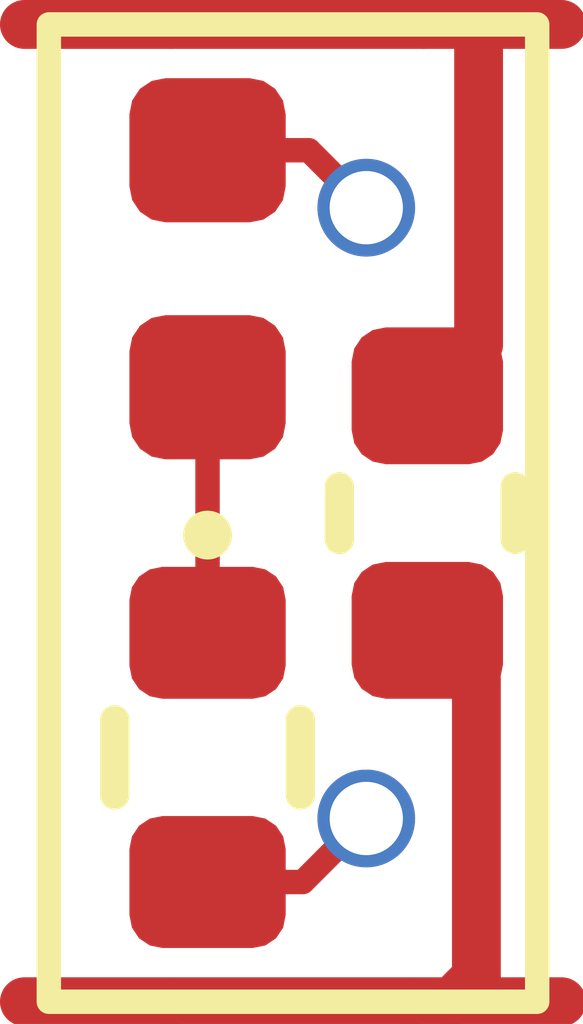
<source format=kicad_pcb>
(kicad_pcb (version 20241229) (generator "pcbnew") (generator_version "9.0")
  (layers (0 "F.Cu" signal) (2 "B.Cu" signal) (13 "F.Paste" user) (15 "B.Paste" user) (5 "F.SilkS" user "F.Silkscreen") (7 "B.SilkS" user "B.Silkscreen") (1 "F.Mask" user) (3 "B.Mask" user) (25 "Edge.Cuts" user))
  (net 0 "")
  (net 1 "GND")
  (net 2 "VDD")
  (net 3 "LED_GND")
  (net 4 "i")
  (net 5 "A")
  (footprint "LED_SMD:LED_0402_1005Metric" (layer "F.Cu") (at 0.65 1 90)
    (property "Reference" "L" (hide yes))
    (property "Value" "")
    (fp_circle (center -1.09 0) (end -1.04 0) (stroke (width 0.1)) (fill no) (layer "F.SilkS"))
    (pad "1" smd roundrect (at -0.485 0 90) (size 0.59 0.64) (layers "F.Cu" "F.Mask" "F.Paste") (net 4 "i"))
    (pad "2" smd roundrect (at 0.485 0 90) (size 0.59 0.64) (layers "F.Cu" "F.Mask" "F.Paste") (net 5 "A"))
  )
  (footprint "Capacitor_SMD:C_0402_1005Metric" (layer "F.Cu") (at 1.55 2 90)
    (property "Reference" "DECAP.C" (hide yes))
    (property "Value" "" (hide yes))
    (fp_line (start -0.107836 -0.36) (end 0.107836 -0.36) (stroke (width 0.12)) (layer "F.SilkS"))
    (fp_line (start -0.107836 0.36) (end 0.107836 0.36) (stroke (width 0.12)) (layer "F.SilkS"))
    (pad "1" smd roundrect (at -0.48 0 90) (size 0.56 0.62) (layers "F.Cu" "F.Mask" "F.Paste") (net 1 "GND"))
    (pad "2" smd roundrect (at 0.48 0 90) (size 0.56 0.62) (layers "F.Cu" "F.Mask" "F.Paste") (net 2 "VDD"))
  )
  (footprint "Resistor_SMD:R_0402_1005Metric" (layer "F.Cu") (at 0.65 3 -90)
    (property "Reference" "R" (hide yes))
    (property "Value" "330" (hide yes))
    (fp_line (start -0.153641 0.38) (end 0.153641 0.38) (stroke (width 0.12)) (layer "F.SilkS"))
    (fp_line (start -0.153641 -0.38) (end 0.153641 -0.38) (stroke (width 0.12)) (layer "F.SilkS"))
    (pad "1" smd roundrect (at -0.51 0 270) (size 0.54 0.64) (layers "F.Cu" "F.Mask" "F.Paste") (net 4 "i"))
    (pad "2" smd roundrect (at 0.51 0 270) (size 0.54 0.64) (layers "F.Cu" "F.Mask" "F.Paste") (net 3 "LED_GND"))
  )
  (gr_rect (start 0 0) (end 2 4) (stroke (width 0.1)) (fill no) (layer "F.SilkS"))
  (segment (start 1.751 2.681) (end 1.751 3.899) (width 0.2) (layer "F.Cu") (net 1))
  (segment (start 1.55 2.48) (end 1.751 2.681) (width 0.2) (layer "F.Cu") (net 1))
  (segment (start 0.5 4) (end 1.482 4) (width 0.2) (layer "F.Cu") (net 1))
  (segment (start -0.1 4) (end 0.5 4) (width 0.2) (layer "F.Cu") (net 1))
  (segment (start 1.751 3.899) (end 1.65 4) (width 0.2) (layer "F.Cu") (net 1))
  (segment (start 1.482 4) (end 1.65 4) (width 0.2) (layer "F.Cu") (net 1))
  (segment (start 1.65 4) (end 2.1 4) (width 0.2) (layer "F.Cu") (net 1))
  (segment (start 1.55 1.52) (end 1.76 1.31) (width 0.2) (layer "F.Cu") (net 2))
  (segment (start 0.5 0) (end 1.533 0) (width 0.2) (layer "F.Cu") (net 2))
  (segment (start -0.1 0) (end 0.5 0) (width 0.2) (layer "F.Cu") (net 2))
  (segment (start 1.533 0) (end 1.76 0) (width 0.2) (layer "F.Cu") (net 2))
  (segment (start 1.76 1.31) (end 1.76 0) (width 0.2) (layer "F.Cu") (net 2))
  (segment (start 1.76 0) (end 2.1 0) (width 0.2) (layer "F.Cu") (net 2))
  (segment (start 0.45 3.51) (end 0.49 3.51) (width 0.1) (layer "F.Cu") (net 3))
  (segment (start 0.65 3.51) (end 1.04 3.51) (width 0.1) (layer "F.Cu") (net 3))
  (segment (start 1.04 3.51) (end 1.3 3.25) (width 0.1) (layer "F.Cu") (net 3))
  (via (at 1.3 3.25) (size 0.4) (drill 0.3) (layers "F.Cu" "B.Cu") (net 3))
  (segment (start 0.65 1.485) (end 0.65 2.49) (width 0.1) (layer "F.Cu") (net 4))
  (segment (start 0.45 0.515) (end 0.515 0.515) (width 0.1) (layer "F.Cu") (net 5))
  (segment (start 1.065 0.515) (end 1.3 0.75) (width 0.1) (layer "F.Cu") (net 5))
  (segment (start 0.65 0.515) (end 1.065 0.515) (width 0.1) (layer "F.Cu") (net 5))
  (via (at 1.3 0.75) (size 0.4) (drill 0.3) (layers "F.Cu" "B.Cu") (net 5))
)
</source>
